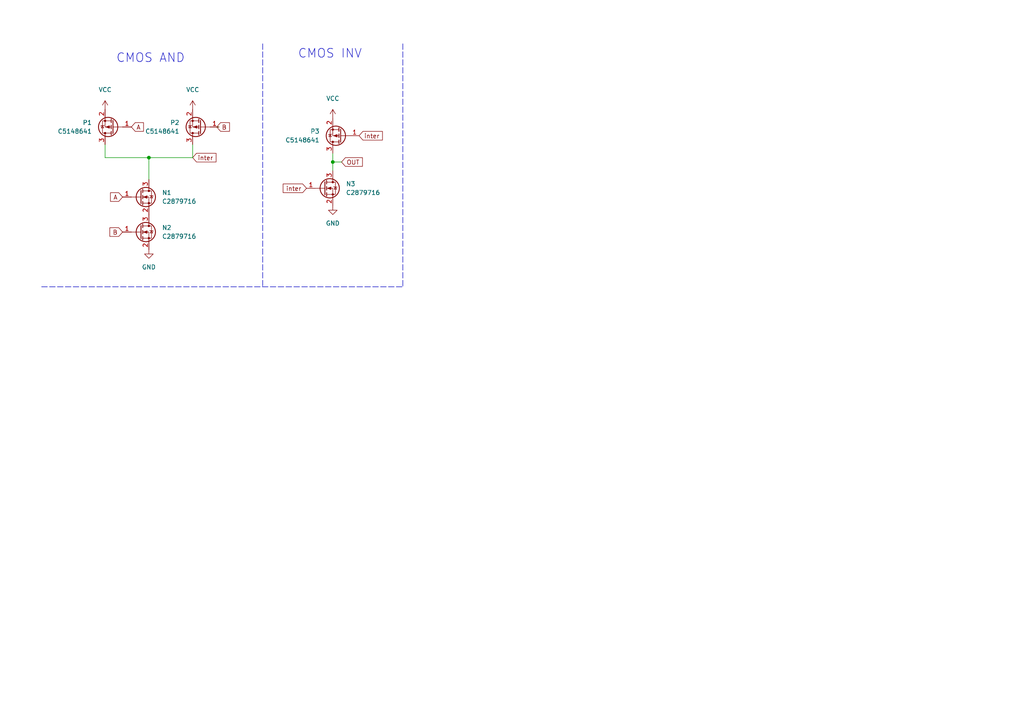
<source format=kicad_sch>
(kicad_sch (version 20211123) (generator eeschema)
  (paper "A4")
  (lib_symbols
    (symbol "Device:Q_NMOS_GSD" (pin_names (offset 0) hide)
      (property "Reference" "Q" (at 5.08 1.27 0))
      (property "Value" "Q_NMOS_GSD" (at 5.08 -1.27 0))
      (symbol "Q_NMOS_GSD_0_1"
        (polyline (pts (xy 0.254 0) (xy -2.54 0)))
        (polyline (pts (xy 0.254 1.905) (xy 0.254 -1.905)) (stroke (width 0.254)))
        (polyline (pts (xy 0.762 -1.27) (xy 0.762 -2.286)) (stroke (width 0.254)))
        (polyline (pts (xy 0.762 0.508) (xy 0.762 -0.508)) (stroke (width 0.254)))
        (polyline (pts (xy 0.762 2.286) (xy 0.762 1.27)) (stroke (width 0.254)))
        (polyline (pts (xy 2.54 2.54) (xy 2.54 1.778)))
        (polyline (pts (xy 2.54 -2.54) (xy 2.54 0) (xy 0.762 0)))
        (polyline (pts (xy 0.762 -1.778) (xy 3.302 -1.778) (xy 3.302 1.778) (xy 0.762 1.778)))
        (polyline (pts (xy 1.016 0) (xy 2.032 0.381) (xy 2.032 -0.381) (xy 1.016 0)) (fill (type outline)))
        (polyline (pts (xy 2.794 0.508) (xy 2.921 0.381) (xy 3.683 0.381) (xy 3.81 0.254)))
        (polyline (pts (xy 3.302 0.381) (xy 2.921 -0.254) (xy 3.683 -0.254) (xy 3.302 0.381)))
        (circle (center 1.651 0) (radius 2.794) (stroke (width 0.254)))
        (circle (center 2.54 -1.778) (radius 0.254) (fill (type outline)))
        (circle (center 2.54 1.778) (radius 0.254) (fill (type outline)))
      )
      (symbol "Q_NMOS_GSD_1_1"
        (pin input line (at -5.08 0 0) (length 2.54) (name "G") (number "1"))
        (pin passive line (at 2.54 -5.08 90) (length 2.54) (name "S") (number "2"))
        (pin passive line (at 2.54 5.08 270) (length 2.54) (name "D") (number "3"))
      )
    )
    (symbol "Device:Q_PMOS_GSD" (pin_names (offset 0) hide)
      (property "Reference" "Q" (at 5.08 1.27 0))
      (property "Value" "Q_PMOS_GSD" (at 5.08 -1.27 0))
      (symbol "Q_PMOS_GSD_0_1"
        (polyline (pts (xy 0.254 0) (xy -2.54 0)))
        (polyline (pts (xy 0.254 1.905) (xy 0.254 -1.905)) (stroke (width 0.254)))
        (polyline (pts (xy 0.762 -1.27) (xy 0.762 -2.286)) (stroke (width 0.254)))
        (polyline (pts (xy 0.762 0.508) (xy 0.762 -0.508)) (stroke (width 0.254)))
        (polyline (pts (xy 0.762 2.286) (xy 0.762 1.27)) (stroke (width 0.254)))
        (polyline (pts (xy 2.54 2.54) (xy 2.54 1.778)))
        (polyline (pts (xy 2.54 -2.54) (xy 2.54 0) (xy 0.762 0)))
        (polyline (pts (xy 0.762 1.778) (xy 3.302 1.778) (xy 3.302 -1.778) (xy 0.762 -1.778)))
        (polyline (pts (xy 2.286 0) (xy 1.27 0.381) (xy 1.27 -0.381) (xy 2.286 0)) (fill (type outline)))
        (polyline (pts (xy 2.794 -0.508) (xy 2.921 -0.381) (xy 3.683 -0.381) (xy 3.81 -0.254)))
        (polyline (pts (xy 3.302 -0.381) (xy 2.921 0.254) (xy 3.683 0.254) (xy 3.302 -0.381)))
        (circle (center 1.651 0) (radius 2.794) (stroke (width 0.254)))
        (circle (center 2.54 -1.778) (radius 0.254) (fill (type outline)))
        (circle (center 2.54 1.778) (radius 0.254) (fill (type outline)))
      )
      (symbol "Q_PMOS_GSD_1_1"
        (pin input line (at -5.08 0 0) (length 2.54) (name "G") (number "1"))
        (pin passive line (at 2.54 -5.08 90) (length 2.54) (name "S") (number "2"))
        (pin passive line (at 2.54 5.08 270) (length 2.54) (name "D") (number "3"))
      )
    )
    (symbol "power:GND" (power) (pin_names (offset 0))
      (property "Value" "GND" (at 0 -3.81 0))
      (symbol "GND_0_1"
        (polyline (pts (xy 0 0) (xy 0 -1.27) (xy 1.27 -1.27) (xy 0 -2.54) (xy -1.27 -1.27) (xy 0 -1.27)))
      )
      (symbol "GND_1_1"
        (pin power_in line (at 0 0 270) (length 0) hide (name "GND") (number "1"))
      )
    )
    (symbol "power:VCC" (power) (pin_names (offset 0))
      (property "Value" "VCC" (at 0 3.81 0))
      (symbol "VCC_0_1"
        (polyline (pts (xy -0.762 1.27) (xy 0 2.54)))
        (polyline (pts (xy 0 0) (xy 0 2.54)))
        (polyline (pts (xy 0 2.54) (xy 0.762 1.27)))
      )
      (symbol "VCC_1_1"
        (pin power_in line (at 0 0 90) (length 0) hide (name "VCC") (number "1"))
      )
    )
  )
  (junction (at 43.18 45.72))
  (junction (at 96.52 46.99))
  (wire (pts (xy 43.18 45.72) (xy 55.88 45.72)))
  (wire (pts (xy 63.5 36.83) (xy 62.865 36.83)))
  (wire (pts (xy 55.88 45.72) (xy 55.88 41.91)))
  (polyline (pts (xy 76.2 12.7) (xy 76.2 83.185)))
  (wire (pts (xy 96.52 46.99) (xy 96.52 49.53)))
  (wire (pts (xy 30.48 45.72) (xy 43.18 45.72)))
  (polyline (pts (xy 12.065 83.185) (xy 116.84 83.185)))
  (wire (pts (xy 96.52 44.45) (xy 96.52 46.99)))
  (wire (pts (xy 43.18 45.72) (xy 43.18 52.07)))
  (polyline (pts (xy 116.84 12.7) (xy 116.84 83.185)))
  (wire (pts (xy 30.48 45.72) (xy 30.48 41.91)))
  (wire (pts (xy 96.52 46.99) (xy 99.06 46.99)))
  (text "CMOS AND" (at 33.655 18.415 0) (effects (font (size 2.54 2.54)) (justify left bottom)))
  (text "CMOS INV" (at 86.36 17.145 0) (effects (font (size 2.54 2.54)) (justify left bottom)))
  (global_label "inter" (shape input) (at 88.9 54.61 180) (property "Intersheet References" "${INTERSHEET_REFS}" (effects hide)))
  (global_label "A" (shape input) (at 38.1 36.83 0) (property "Intersheet References" "${INTERSHEET_REFS}" (effects hide)))
  (global_label "inter" (shape input) (at 55.88 45.72 0) (property "Intersheet References" "${INTERSHEET_REFS}" (effects hide)))
  (global_label "OUT" (shape input) (at 99.06 46.99 0) (property "Intersheet References" "${INTERSHEET_REFS}" (effects hide)))
  (global_label "B" (shape input) (at 62.865 36.83 0) (property "Intersheet References" "${INTERSHEET_REFS}" (effects hide)))
  (global_label "A" (shape input) (at 35.56 57.15 180) (property "Intersheet References" "${INTERSHEET_REFS}" (effects hide)))
  (global_label "inter" (shape input) (at 104.14 39.37 0) (property "Intersheet References" "${INTERSHEET_REFS}" (effects hide)))
  (global_label "B" (shape input) (at 35.56 67.31 180) (property "Intersheet References" "${INTERSHEET_REFS}" (effects hide)))
  (symbol (lib_id "power:VCC") (at 96.52 34.29 0) (unit 1)
    (property "Reference" "#PWR0104" (effects hide))
    (property "Value" "VCC" (at 96.52 28.575 0))
  )
  (symbol (lib_id "Device:Q_NMOS_GSD") (at 93.98 54.61 0) (unit 1)
    (property "Reference" "N3" (at 100.33 53.3399 0) (effects (justify left)))
    (property "Value" "C2879716" (at 100.33 55.8799 0) (effects (justify left)))
    (property "Footprint" "Package_TO_SOT_SMD:SOT-523" (effects hide))
  )
  (symbol (lib_id "power:GND") (at 43.18 72.39 0) (unit 1)
    (property "Reference" "#PWR0103" (effects hide))
    (property "Value" "GND" (at 43.18 77.47 0))
  )
  (symbol (lib_id "Device:Q_NMOS_GSD") (at 40.64 57.15 0) (unit 1)
    (property "Reference" "N1" (at 46.99 55.8799 0) (effects (justify left)))
    (property "Value" "C2879716" (at 46.99 58.4199 0) (effects (justify left)))
    (property "Footprint" "Package_TO_SOT_SMD:SOT-523" (effects hide))
  )
  (symbol (lib_id "Device:Q_PMOS_GSD") (at 58.42 36.83 180) (unit 1)
    (property "Reference" "P2" (at 52.07 35.5599 0) (effects (justify left)))
    (property "Value" "C5148641" (at 52.07 38.0999 0) (effects (justify left)))
    (property "Footprint" "Package_TO_SOT_SMD:SOT-523" (effects hide))
  )
  (symbol (lib_id "Device:Q_NMOS_GSD") (at 40.64 67.31 0) (unit 1)
    (property "Reference" "N2" (at 46.99 66.0399 0) (effects (justify left)))
    (property "Value" "C2879716" (at 46.99 68.5799 0) (effects (justify left)))
    (property "Footprint" "Package_TO_SOT_SMD:SOT-523" (effects hide))
  )
  (symbol (lib_id "Device:Q_PMOS_GSD") (at 99.06 39.37 180) (unit 1)
    (property "Reference" "P3" (at 92.71 38.0999 0) (effects (justify left)))
    (property "Value" "C5148641" (at 92.71 40.6399 0) (effects (justify left)))
    (property "Footprint" "Package_TO_SOT_SMD:SOT-523" (effects hide))
  )
  (symbol (lib_id "power:VCC") (at 55.88 31.75 0) (unit 1)
    (property "Reference" "#PWR0102" (effects hide))
    (property "Value" "VCC" (at 55.88 26.035 0))
  )
  (symbol (lib_id "power:GND") (at 96.52 59.69 0) (unit 1)
    (property "Reference" "#PWR0105" (effects hide))
    (property "Value" "GND" (at 96.52 64.77 0))
  )
  (symbol (lib_id "Device:Q_PMOS_GSD") (at 33.02 36.83 180) (unit 1)
    (property "Reference" "P1" (at 26.67 35.5599 0) (effects (justify left)))
    (property "Value" "C5148641" (at 26.67 38.0999 0) (effects (justify left)))
    (property "Footprint" "Package_TO_SOT_SMD:SOT-523" (effects hide))
  )
  (symbol (lib_id "power:VCC") (at 30.48 31.75 0) (unit 1)
    (property "Reference" "#PWR0101" (effects hide))
    (property "Value" "VCC" (at 30.48 26.035 0))
  )
)
</source>
